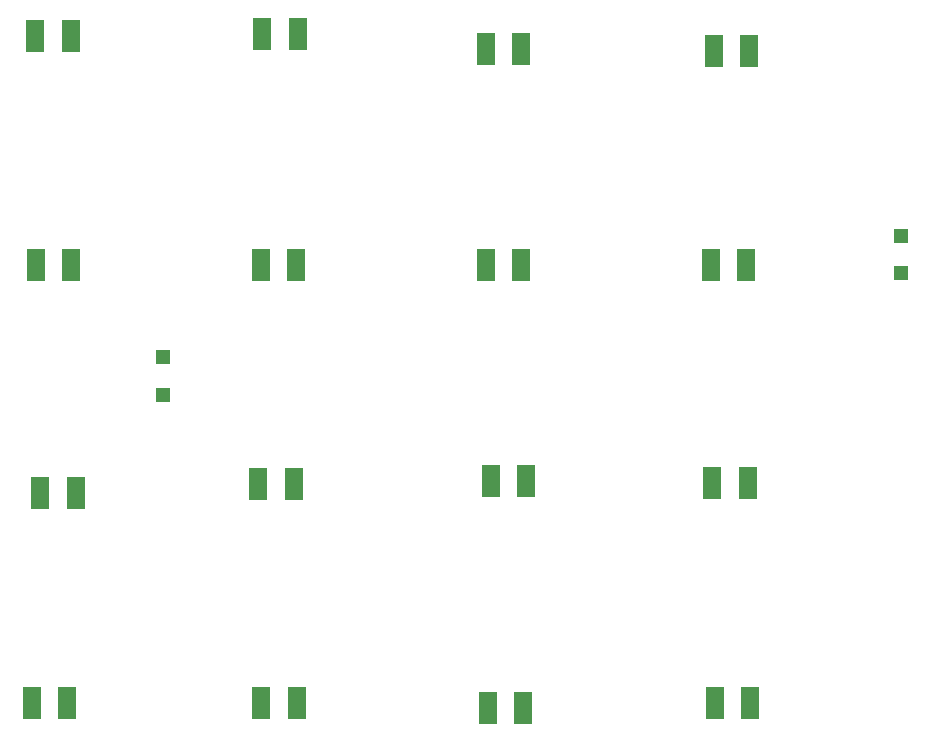
<source format=gbr>
G04 #@! TF.GenerationSoftware,KiCad,Pcbnew,8.0.7-1.fc41*
G04 #@! TF.CreationDate,2024-12-31T00:15:43+05:30*
G04 #@! TF.ProjectId,helper,68656c70-6572-42e6-9b69-6361645f7063,rev?*
G04 #@! TF.SameCoordinates,Original*
G04 #@! TF.FileFunction,Paste,Top*
G04 #@! TF.FilePolarity,Positive*
%FSLAX46Y46*%
G04 Gerber Fmt 4.6, Leading zero omitted, Abs format (unit mm)*
G04 Created by KiCad (PCBNEW 8.0.7-1.fc41) date 2024-12-31 00:15:43*
%MOMM*%
%LPD*%
G01*
G04 APERTURE LIST*
%ADD10R,1.200000X1.200000*%
%ADD11R,1.600000X2.800000*%
G04 APERTURE END LIST*
D10*
X202590400Y-76923700D03*
X202590400Y-80073700D03*
D11*
X132716400Y-98704400D03*
X129716400Y-98704400D03*
X151156800Y-97955100D03*
X148156800Y-97955100D03*
X170867200Y-97637600D03*
X167867200Y-97637600D03*
X189612400Y-97802700D03*
X186612400Y-97802700D03*
X132310000Y-79375000D03*
X129310000Y-79375000D03*
X151360000Y-79375000D03*
X148360000Y-79375000D03*
X170410000Y-79375000D03*
X167410000Y-79375000D03*
X189460000Y-79375000D03*
X186460000Y-79375000D03*
X132284600Y-60007500D03*
X129284600Y-60007500D03*
X151525100Y-59804300D03*
X148525100Y-59804300D03*
X189714000Y-61252100D03*
X186714000Y-61252100D03*
X170435400Y-61048900D03*
X167435400Y-61048900D03*
X189802900Y-116497100D03*
X186802900Y-116497100D03*
X170613200Y-116865400D03*
X167613200Y-116865400D03*
X151423500Y-116497100D03*
X148423500Y-116497100D03*
X131979800Y-116497100D03*
X128979800Y-116497100D03*
D10*
X140081000Y-90348000D03*
X140081000Y-87198000D03*
M02*

</source>
